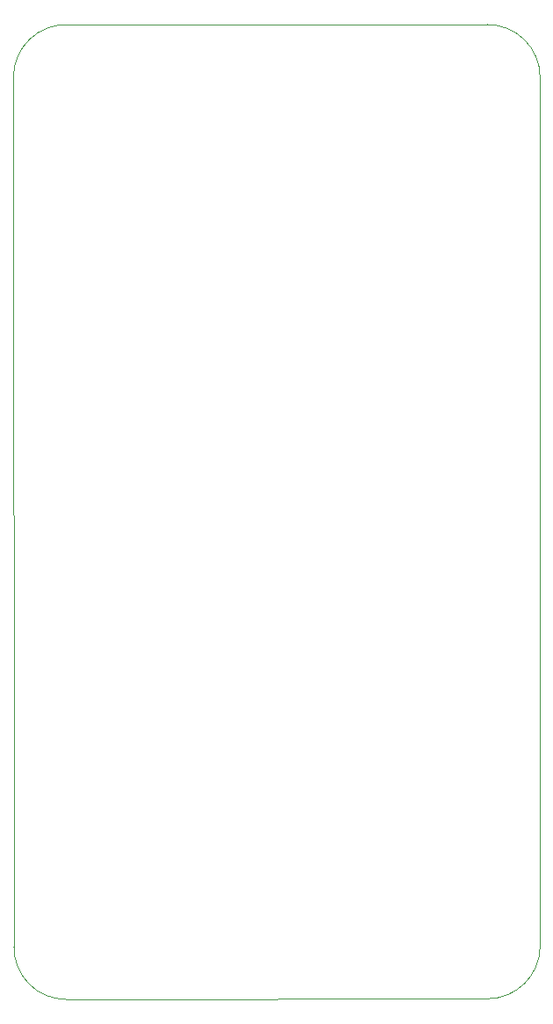
<source format=gbr>
%TF.GenerationSoftware,KiCad,Pcbnew,6.0.11-2627ca5db0~126~ubuntu22.04.1*%
%TF.CreationDate,2023-03-24T18:23:20-04:00*%
%TF.ProjectId,Io,496f2e6b-6963-4616-945f-706362585858,rev?*%
%TF.SameCoordinates,Original*%
%TF.FileFunction,Profile,NP*%
%FSLAX46Y46*%
G04 Gerber Fmt 4.6, Leading zero omitted, Abs format (unit mm)*
G04 Created by KiCad (PCBNEW 6.0.11-2627ca5db0~126~ubuntu22.04.1) date 2023-03-24 18:23:20*
%MOMM*%
%LPD*%
G01*
G04 APERTURE LIST*
%TA.AperFunction,Profile*%
%ADD10C,0.050000*%
%TD*%
G04 APERTURE END LIST*
D10*
X177800000Y-63500000D02*
G75*
G03*
X172720000Y-58420000I-5080000J0D01*
G01*
X132346999Y-58427021D02*
X172720000Y-58420000D01*
X177800000Y-63500000D02*
X177799999Y-147320000D01*
X172719498Y-152339446D02*
X132080000Y-152399999D01*
X127052995Y-147326686D02*
X127000000Y-63500000D01*
X132346999Y-58427021D02*
G75*
G03*
X127000000Y-63500000I-266999J-5072979D01*
G01*
X172719498Y-152339510D02*
G75*
G03*
X177799999Y-147320000I13102J5067610D01*
G01*
X127052938Y-147326685D02*
G75*
G03*
X132080000Y-152399999I5013262J-59715D01*
G01*
M02*

</source>
